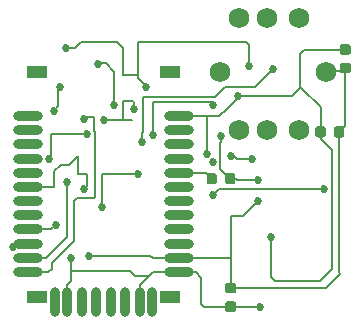
<source format=gbl>
G04 #@! TF.GenerationSoftware,KiCad,Pcbnew,(5.0.2)-1*
G04 #@! TF.CreationDate,2019-05-31T16:15:03-05:00*
G04 #@! TF.ProjectId,ppg,7070672e-6b69-4636-9164-5f7063625858,V01*
G04 #@! TF.SameCoordinates,Original*
G04 #@! TF.FileFunction,Copper,L2,Bot*
G04 #@! TF.FilePolarity,Positive*
%FSLAX46Y46*%
G04 Gerber Fmt 4.6, Leading zero omitted, Abs format (unit mm)*
G04 Created by KiCad (PCBNEW (5.0.2)-1) date 5/31/2019 4:15:03 PM*
%MOMM*%
%LPD*%
G01*
G04 APERTURE LIST*
G04 #@! TA.AperFunction,Conductor*
%ADD10C,0.100000*%
G04 #@! TD*
G04 #@! TA.AperFunction,SMDPad,CuDef*
%ADD11C,0.875000*%
G04 #@! TD*
G04 #@! TA.AperFunction,SMDPad,CuDef*
%ADD12O,2.500000X0.800000*%
G04 #@! TD*
G04 #@! TA.AperFunction,SMDPad,CuDef*
%ADD13O,0.800000X2.500000*%
G04 #@! TD*
G04 #@! TA.AperFunction,SMDPad,CuDef*
%ADD14R,1.800000X1.000000*%
G04 #@! TD*
G04 #@! TA.AperFunction,ComponentPad*
%ADD15C,1.750000*%
G04 #@! TD*
G04 #@! TA.AperFunction,ViaPad*
%ADD16C,0.685800*%
G04 #@! TD*
G04 #@! TA.AperFunction,Conductor*
%ADD17C,0.152400*%
G04 #@! TD*
G04 APERTURE END LIST*
D10*
G04 #@! TO.N,GND*
G04 #@! TO.C,C1*
G36*
X125207691Y-117768553D02*
X125228926Y-117771703D01*
X125249750Y-117776919D01*
X125269962Y-117784151D01*
X125289368Y-117793330D01*
X125307781Y-117804366D01*
X125325024Y-117817154D01*
X125340930Y-117831570D01*
X125355346Y-117847476D01*
X125368134Y-117864719D01*
X125379170Y-117883132D01*
X125388349Y-117902538D01*
X125395581Y-117922750D01*
X125400797Y-117943574D01*
X125403947Y-117964809D01*
X125405000Y-117986250D01*
X125405000Y-118423750D01*
X125403947Y-118445191D01*
X125400797Y-118466426D01*
X125395581Y-118487250D01*
X125388349Y-118507462D01*
X125379170Y-118526868D01*
X125368134Y-118545281D01*
X125355346Y-118562524D01*
X125340930Y-118578430D01*
X125325024Y-118592846D01*
X125307781Y-118605634D01*
X125289368Y-118616670D01*
X125269962Y-118625849D01*
X125249750Y-118633081D01*
X125228926Y-118638297D01*
X125207691Y-118641447D01*
X125186250Y-118642500D01*
X124673750Y-118642500D01*
X124652309Y-118641447D01*
X124631074Y-118638297D01*
X124610250Y-118633081D01*
X124590038Y-118625849D01*
X124570632Y-118616670D01*
X124552219Y-118605634D01*
X124534976Y-118592846D01*
X124519070Y-118578430D01*
X124504654Y-118562524D01*
X124491866Y-118545281D01*
X124480830Y-118526868D01*
X124471651Y-118507462D01*
X124464419Y-118487250D01*
X124459203Y-118466426D01*
X124456053Y-118445191D01*
X124455000Y-118423750D01*
X124455000Y-117986250D01*
X124456053Y-117964809D01*
X124459203Y-117943574D01*
X124464419Y-117922750D01*
X124471651Y-117902538D01*
X124480830Y-117883132D01*
X124491866Y-117864719D01*
X124504654Y-117847476D01*
X124519070Y-117831570D01*
X124534976Y-117817154D01*
X124552219Y-117804366D01*
X124570632Y-117793330D01*
X124590038Y-117784151D01*
X124610250Y-117776919D01*
X124631074Y-117771703D01*
X124652309Y-117768553D01*
X124673750Y-117767500D01*
X125186250Y-117767500D01*
X125207691Y-117768553D01*
X125207691Y-117768553D01*
G37*
D11*
G04 #@! TD*
G04 #@! TO.P,C1,2*
G04 #@! TO.N,GND*
X124930000Y-118205000D03*
D10*
G04 #@! TO.N,/VDD*
G04 #@! TO.C,C1*
G36*
X125207691Y-116193553D02*
X125228926Y-116196703D01*
X125249750Y-116201919D01*
X125269962Y-116209151D01*
X125289368Y-116218330D01*
X125307781Y-116229366D01*
X125325024Y-116242154D01*
X125340930Y-116256570D01*
X125355346Y-116272476D01*
X125368134Y-116289719D01*
X125379170Y-116308132D01*
X125388349Y-116327538D01*
X125395581Y-116347750D01*
X125400797Y-116368574D01*
X125403947Y-116389809D01*
X125405000Y-116411250D01*
X125405000Y-116848750D01*
X125403947Y-116870191D01*
X125400797Y-116891426D01*
X125395581Y-116912250D01*
X125388349Y-116932462D01*
X125379170Y-116951868D01*
X125368134Y-116970281D01*
X125355346Y-116987524D01*
X125340930Y-117003430D01*
X125325024Y-117017846D01*
X125307781Y-117030634D01*
X125289368Y-117041670D01*
X125269962Y-117050849D01*
X125249750Y-117058081D01*
X125228926Y-117063297D01*
X125207691Y-117066447D01*
X125186250Y-117067500D01*
X124673750Y-117067500D01*
X124652309Y-117066447D01*
X124631074Y-117063297D01*
X124610250Y-117058081D01*
X124590038Y-117050849D01*
X124570632Y-117041670D01*
X124552219Y-117030634D01*
X124534976Y-117017846D01*
X124519070Y-117003430D01*
X124504654Y-116987524D01*
X124491866Y-116970281D01*
X124480830Y-116951868D01*
X124471651Y-116932462D01*
X124464419Y-116912250D01*
X124459203Y-116891426D01*
X124456053Y-116870191D01*
X124455000Y-116848750D01*
X124455000Y-116411250D01*
X124456053Y-116389809D01*
X124459203Y-116368574D01*
X124464419Y-116347750D01*
X124471651Y-116327538D01*
X124480830Y-116308132D01*
X124491866Y-116289719D01*
X124504654Y-116272476D01*
X124519070Y-116256570D01*
X124534976Y-116242154D01*
X124552219Y-116229366D01*
X124570632Y-116218330D01*
X124590038Y-116209151D01*
X124610250Y-116201919D01*
X124631074Y-116196703D01*
X124652309Y-116193553D01*
X124673750Y-116192500D01*
X125186250Y-116192500D01*
X125207691Y-116193553D01*
X125207691Y-116193553D01*
G37*
D11*
G04 #@! TD*
G04 #@! TO.P,C1,1*
G04 #@! TO.N,/VDD*
X124930000Y-116630000D03*
D10*
G04 #@! TO.N,GND*
G04 #@! TO.C,C4*
G36*
X134907691Y-95998553D02*
X134928926Y-96001703D01*
X134949750Y-96006919D01*
X134969962Y-96014151D01*
X134989368Y-96023330D01*
X135007781Y-96034366D01*
X135025024Y-96047154D01*
X135040930Y-96061570D01*
X135055346Y-96077476D01*
X135068134Y-96094719D01*
X135079170Y-96113132D01*
X135088349Y-96132538D01*
X135095581Y-96152750D01*
X135100797Y-96173574D01*
X135103947Y-96194809D01*
X135105000Y-96216250D01*
X135105000Y-96653750D01*
X135103947Y-96675191D01*
X135100797Y-96696426D01*
X135095581Y-96717250D01*
X135088349Y-96737462D01*
X135079170Y-96756868D01*
X135068134Y-96775281D01*
X135055346Y-96792524D01*
X135040930Y-96808430D01*
X135025024Y-96822846D01*
X135007781Y-96835634D01*
X134989368Y-96846670D01*
X134969962Y-96855849D01*
X134949750Y-96863081D01*
X134928926Y-96868297D01*
X134907691Y-96871447D01*
X134886250Y-96872500D01*
X134373750Y-96872500D01*
X134352309Y-96871447D01*
X134331074Y-96868297D01*
X134310250Y-96863081D01*
X134290038Y-96855849D01*
X134270632Y-96846670D01*
X134252219Y-96835634D01*
X134234976Y-96822846D01*
X134219070Y-96808430D01*
X134204654Y-96792524D01*
X134191866Y-96775281D01*
X134180830Y-96756868D01*
X134171651Y-96737462D01*
X134164419Y-96717250D01*
X134159203Y-96696426D01*
X134156053Y-96675191D01*
X134155000Y-96653750D01*
X134155000Y-96216250D01*
X134156053Y-96194809D01*
X134159203Y-96173574D01*
X134164419Y-96152750D01*
X134171651Y-96132538D01*
X134180830Y-96113132D01*
X134191866Y-96094719D01*
X134204654Y-96077476D01*
X134219070Y-96061570D01*
X134234976Y-96047154D01*
X134252219Y-96034366D01*
X134270632Y-96023330D01*
X134290038Y-96014151D01*
X134310250Y-96006919D01*
X134331074Y-96001703D01*
X134352309Y-95998553D01*
X134373750Y-95997500D01*
X134886250Y-95997500D01*
X134907691Y-95998553D01*
X134907691Y-95998553D01*
G37*
D11*
G04 #@! TD*
G04 #@! TO.P,C4,1*
G04 #@! TO.N,GND*
X134630000Y-96435000D03*
D10*
G04 #@! TO.N,/VDD*
G04 #@! TO.C,C4*
G36*
X134907691Y-97573553D02*
X134928926Y-97576703D01*
X134949750Y-97581919D01*
X134969962Y-97589151D01*
X134989368Y-97598330D01*
X135007781Y-97609366D01*
X135025024Y-97622154D01*
X135040930Y-97636570D01*
X135055346Y-97652476D01*
X135068134Y-97669719D01*
X135079170Y-97688132D01*
X135088349Y-97707538D01*
X135095581Y-97727750D01*
X135100797Y-97748574D01*
X135103947Y-97769809D01*
X135105000Y-97791250D01*
X135105000Y-98228750D01*
X135103947Y-98250191D01*
X135100797Y-98271426D01*
X135095581Y-98292250D01*
X135088349Y-98312462D01*
X135079170Y-98331868D01*
X135068134Y-98350281D01*
X135055346Y-98367524D01*
X135040930Y-98383430D01*
X135025024Y-98397846D01*
X135007781Y-98410634D01*
X134989368Y-98421670D01*
X134969962Y-98430849D01*
X134949750Y-98438081D01*
X134928926Y-98443297D01*
X134907691Y-98446447D01*
X134886250Y-98447500D01*
X134373750Y-98447500D01*
X134352309Y-98446447D01*
X134331074Y-98443297D01*
X134310250Y-98438081D01*
X134290038Y-98430849D01*
X134270632Y-98421670D01*
X134252219Y-98410634D01*
X134234976Y-98397846D01*
X134219070Y-98383430D01*
X134204654Y-98367524D01*
X134191866Y-98350281D01*
X134180830Y-98331868D01*
X134171651Y-98312462D01*
X134164419Y-98292250D01*
X134159203Y-98271426D01*
X134156053Y-98250191D01*
X134155000Y-98228750D01*
X134155000Y-97791250D01*
X134156053Y-97769809D01*
X134159203Y-97748574D01*
X134164419Y-97727750D01*
X134171651Y-97707538D01*
X134180830Y-97688132D01*
X134191866Y-97669719D01*
X134204654Y-97652476D01*
X134219070Y-97636570D01*
X134234976Y-97622154D01*
X134252219Y-97609366D01*
X134270632Y-97598330D01*
X134290038Y-97589151D01*
X134310250Y-97581919D01*
X134331074Y-97576703D01*
X134352309Y-97573553D01*
X134373750Y-97572500D01*
X134886250Y-97572500D01*
X134907691Y-97573553D01*
X134907691Y-97573553D01*
G37*
D11*
G04 #@! TD*
G04 #@! TO.P,C4,2*
G04 #@! TO.N,/VDD*
X134630000Y-98010000D03*
D10*
G04 #@! TO.N,/VDD*
G04 #@! TO.C,C5*
G36*
X134355191Y-102936053D02*
X134376426Y-102939203D01*
X134397250Y-102944419D01*
X134417462Y-102951651D01*
X134436868Y-102960830D01*
X134455281Y-102971866D01*
X134472524Y-102984654D01*
X134488430Y-102999070D01*
X134502846Y-103014976D01*
X134515634Y-103032219D01*
X134526670Y-103050632D01*
X134535849Y-103070038D01*
X134543081Y-103090250D01*
X134548297Y-103111074D01*
X134551447Y-103132309D01*
X134552500Y-103153750D01*
X134552500Y-103666250D01*
X134551447Y-103687691D01*
X134548297Y-103708926D01*
X134543081Y-103729750D01*
X134535849Y-103749962D01*
X134526670Y-103769368D01*
X134515634Y-103787781D01*
X134502846Y-103805024D01*
X134488430Y-103820930D01*
X134472524Y-103835346D01*
X134455281Y-103848134D01*
X134436868Y-103859170D01*
X134417462Y-103868349D01*
X134397250Y-103875581D01*
X134376426Y-103880797D01*
X134355191Y-103883947D01*
X134333750Y-103885000D01*
X133896250Y-103885000D01*
X133874809Y-103883947D01*
X133853574Y-103880797D01*
X133832750Y-103875581D01*
X133812538Y-103868349D01*
X133793132Y-103859170D01*
X133774719Y-103848134D01*
X133757476Y-103835346D01*
X133741570Y-103820930D01*
X133727154Y-103805024D01*
X133714366Y-103787781D01*
X133703330Y-103769368D01*
X133694151Y-103749962D01*
X133686919Y-103729750D01*
X133681703Y-103708926D01*
X133678553Y-103687691D01*
X133677500Y-103666250D01*
X133677500Y-103153750D01*
X133678553Y-103132309D01*
X133681703Y-103111074D01*
X133686919Y-103090250D01*
X133694151Y-103070038D01*
X133703330Y-103050632D01*
X133714366Y-103032219D01*
X133727154Y-103014976D01*
X133741570Y-102999070D01*
X133757476Y-102984654D01*
X133774719Y-102971866D01*
X133793132Y-102960830D01*
X133812538Y-102951651D01*
X133832750Y-102944419D01*
X133853574Y-102939203D01*
X133874809Y-102936053D01*
X133896250Y-102935000D01*
X134333750Y-102935000D01*
X134355191Y-102936053D01*
X134355191Y-102936053D01*
G37*
D11*
G04 #@! TD*
G04 #@! TO.P,C5,1*
G04 #@! TO.N,/VDD*
X134115000Y-103410000D03*
D10*
G04 #@! TO.N,GND*
G04 #@! TO.C,C5*
G36*
X132780191Y-102936053D02*
X132801426Y-102939203D01*
X132822250Y-102944419D01*
X132842462Y-102951651D01*
X132861868Y-102960830D01*
X132880281Y-102971866D01*
X132897524Y-102984654D01*
X132913430Y-102999070D01*
X132927846Y-103014976D01*
X132940634Y-103032219D01*
X132951670Y-103050632D01*
X132960849Y-103070038D01*
X132968081Y-103090250D01*
X132973297Y-103111074D01*
X132976447Y-103132309D01*
X132977500Y-103153750D01*
X132977500Y-103666250D01*
X132976447Y-103687691D01*
X132973297Y-103708926D01*
X132968081Y-103729750D01*
X132960849Y-103749962D01*
X132951670Y-103769368D01*
X132940634Y-103787781D01*
X132927846Y-103805024D01*
X132913430Y-103820930D01*
X132897524Y-103835346D01*
X132880281Y-103848134D01*
X132861868Y-103859170D01*
X132842462Y-103868349D01*
X132822250Y-103875581D01*
X132801426Y-103880797D01*
X132780191Y-103883947D01*
X132758750Y-103885000D01*
X132321250Y-103885000D01*
X132299809Y-103883947D01*
X132278574Y-103880797D01*
X132257750Y-103875581D01*
X132237538Y-103868349D01*
X132218132Y-103859170D01*
X132199719Y-103848134D01*
X132182476Y-103835346D01*
X132166570Y-103820930D01*
X132152154Y-103805024D01*
X132139366Y-103787781D01*
X132128330Y-103769368D01*
X132119151Y-103749962D01*
X132111919Y-103729750D01*
X132106703Y-103708926D01*
X132103553Y-103687691D01*
X132102500Y-103666250D01*
X132102500Y-103153750D01*
X132103553Y-103132309D01*
X132106703Y-103111074D01*
X132111919Y-103090250D01*
X132119151Y-103070038D01*
X132128330Y-103050632D01*
X132139366Y-103032219D01*
X132152154Y-103014976D01*
X132166570Y-102999070D01*
X132182476Y-102984654D01*
X132199719Y-102971866D01*
X132218132Y-102960830D01*
X132237538Y-102951651D01*
X132257750Y-102944419D01*
X132278574Y-102939203D01*
X132299809Y-102936053D01*
X132321250Y-102935000D01*
X132758750Y-102935000D01*
X132780191Y-102936053D01*
X132780191Y-102936053D01*
G37*
D11*
G04 #@! TD*
G04 #@! TO.P,C5,2*
G04 #@! TO.N,GND*
X132540000Y-103410000D03*
D10*
G04 #@! TO.N,/~BT_RESET*
G04 #@! TO.C,R1*
G36*
X123562691Y-106906053D02*
X123583926Y-106909203D01*
X123604750Y-106914419D01*
X123624962Y-106921651D01*
X123644368Y-106930830D01*
X123662781Y-106941866D01*
X123680024Y-106954654D01*
X123695930Y-106969070D01*
X123710346Y-106984976D01*
X123723134Y-107002219D01*
X123734170Y-107020632D01*
X123743349Y-107040038D01*
X123750581Y-107060250D01*
X123755797Y-107081074D01*
X123758947Y-107102309D01*
X123760000Y-107123750D01*
X123760000Y-107636250D01*
X123758947Y-107657691D01*
X123755797Y-107678926D01*
X123750581Y-107699750D01*
X123743349Y-107719962D01*
X123734170Y-107739368D01*
X123723134Y-107757781D01*
X123710346Y-107775024D01*
X123695930Y-107790930D01*
X123680024Y-107805346D01*
X123662781Y-107818134D01*
X123644368Y-107829170D01*
X123624962Y-107838349D01*
X123604750Y-107845581D01*
X123583926Y-107850797D01*
X123562691Y-107853947D01*
X123541250Y-107855000D01*
X123103750Y-107855000D01*
X123082309Y-107853947D01*
X123061074Y-107850797D01*
X123040250Y-107845581D01*
X123020038Y-107838349D01*
X123000632Y-107829170D01*
X122982219Y-107818134D01*
X122964976Y-107805346D01*
X122949070Y-107790930D01*
X122934654Y-107775024D01*
X122921866Y-107757781D01*
X122910830Y-107739368D01*
X122901651Y-107719962D01*
X122894419Y-107699750D01*
X122889203Y-107678926D01*
X122886053Y-107657691D01*
X122885000Y-107636250D01*
X122885000Y-107123750D01*
X122886053Y-107102309D01*
X122889203Y-107081074D01*
X122894419Y-107060250D01*
X122901651Y-107040038D01*
X122910830Y-107020632D01*
X122921866Y-107002219D01*
X122934654Y-106984976D01*
X122949070Y-106969070D01*
X122964976Y-106954654D01*
X122982219Y-106941866D01*
X123000632Y-106930830D01*
X123020038Y-106921651D01*
X123040250Y-106914419D01*
X123061074Y-106909203D01*
X123082309Y-106906053D01*
X123103750Y-106905000D01*
X123541250Y-106905000D01*
X123562691Y-106906053D01*
X123562691Y-106906053D01*
G37*
D11*
G04 #@! TD*
G04 #@! TO.P,R1,1*
G04 #@! TO.N,/~BT_RESET*
X123322500Y-107380000D03*
D10*
G04 #@! TO.N,/VDD*
G04 #@! TO.C,R1*
G36*
X125137691Y-106906053D02*
X125158926Y-106909203D01*
X125179750Y-106914419D01*
X125199962Y-106921651D01*
X125219368Y-106930830D01*
X125237781Y-106941866D01*
X125255024Y-106954654D01*
X125270930Y-106969070D01*
X125285346Y-106984976D01*
X125298134Y-107002219D01*
X125309170Y-107020632D01*
X125318349Y-107040038D01*
X125325581Y-107060250D01*
X125330797Y-107081074D01*
X125333947Y-107102309D01*
X125335000Y-107123750D01*
X125335000Y-107636250D01*
X125333947Y-107657691D01*
X125330797Y-107678926D01*
X125325581Y-107699750D01*
X125318349Y-107719962D01*
X125309170Y-107739368D01*
X125298134Y-107757781D01*
X125285346Y-107775024D01*
X125270930Y-107790930D01*
X125255024Y-107805346D01*
X125237781Y-107818134D01*
X125219368Y-107829170D01*
X125199962Y-107838349D01*
X125179750Y-107845581D01*
X125158926Y-107850797D01*
X125137691Y-107853947D01*
X125116250Y-107855000D01*
X124678750Y-107855000D01*
X124657309Y-107853947D01*
X124636074Y-107850797D01*
X124615250Y-107845581D01*
X124595038Y-107838349D01*
X124575632Y-107829170D01*
X124557219Y-107818134D01*
X124539976Y-107805346D01*
X124524070Y-107790930D01*
X124509654Y-107775024D01*
X124496866Y-107757781D01*
X124485830Y-107739368D01*
X124476651Y-107719962D01*
X124469419Y-107699750D01*
X124464203Y-107678926D01*
X124461053Y-107657691D01*
X124460000Y-107636250D01*
X124460000Y-107123750D01*
X124461053Y-107102309D01*
X124464203Y-107081074D01*
X124469419Y-107060250D01*
X124476651Y-107040038D01*
X124485830Y-107020632D01*
X124496866Y-107002219D01*
X124509654Y-106984976D01*
X124524070Y-106969070D01*
X124539976Y-106954654D01*
X124557219Y-106941866D01*
X124575632Y-106930830D01*
X124595038Y-106921651D01*
X124615250Y-106914419D01*
X124636074Y-106909203D01*
X124657309Y-106906053D01*
X124678750Y-106905000D01*
X125116250Y-106905000D01*
X125137691Y-106906053D01*
X125137691Y-106906053D01*
G37*
D11*
G04 #@! TD*
G04 #@! TO.P,R1,2*
G04 #@! TO.N,/VDD*
X124897500Y-107380000D03*
D12*
G04 #@! TO.P,U1,1*
G04 #@! TO.N,GND*
X120560000Y-102070000D03*
G04 #@! TO.P,U1,2*
G04 #@! TO.N,Net-(U1-Pad2)*
X120560000Y-103270000D03*
G04 #@! TO.P,U1,3*
G04 #@! TO.N,Net-(U1-Pad3)*
X120560000Y-104470000D03*
G04 #@! TO.P,U1,4*
G04 #@! TO.N,Net-(U1-Pad4)*
X120560000Y-105670000D03*
G04 #@! TO.P,U1,5*
G04 #@! TO.N,/~BT_RESET*
X120560000Y-106870000D03*
G04 #@! TO.P,U1,6*
G04 #@! TO.N,Net-(U1-Pad6)*
X120560000Y-108070000D03*
G04 #@! TO.P,U1,7*
G04 #@! TO.N,Net-(U1-Pad7)*
X120560000Y-109270000D03*
G04 #@! TO.P,U1,8*
G04 #@! TO.N,Net-(U1-Pad8)*
X120560000Y-110470000D03*
G04 #@! TO.P,U1,9*
G04 #@! TO.N,Net-(U1-Pad9)*
X120560000Y-111670000D03*
G04 #@! TO.P,U1,10*
G04 #@! TO.N,Net-(U1-Pad10)*
X120560000Y-112870000D03*
G04 #@! TO.P,U1,11*
G04 #@! TO.N,/VDD*
X120560000Y-114070000D03*
G04 #@! TO.P,U1,12*
G04 #@! TO.N,GND*
X120560000Y-115270000D03*
D13*
G04 #@! TO.P,U1,35*
G04 #@! TO.N,Net-(U1-Pad35)*
X118260000Y-117770000D03*
G04 #@! TO.P,U1,29*
G04 #@! TO.N,GND*
X117260000Y-117770000D03*
G04 #@! TO.P,U1,34*
G04 #@! TO.N,Net-(U1-Pad34)*
X115960000Y-117770000D03*
G04 #@! TO.P,U1,33*
G04 #@! TO.N,Net-(U1-Pad33)*
X114760000Y-117770000D03*
G04 #@! TO.P,U1,32*
G04 #@! TO.N,Net-(U1-Pad32)*
X113560000Y-117770000D03*
G04 #@! TO.P,U1,31*
G04 #@! TO.N,Net-(U1-Pad31)*
X112360000Y-117770000D03*
G04 #@! TO.P,U1,28*
G04 #@! TO.N,GND*
X111060000Y-117770000D03*
G04 #@! TO.P,U1,30*
G04 #@! TO.N,Net-(U1-Pad30)*
X110060000Y-117770000D03*
D12*
G04 #@! TO.P,U1,13*
G04 #@! TO.N,/TxD*
X107760000Y-115270000D03*
G04 #@! TO.P,U1,14*
G04 #@! TO.N,/RxD*
X107760000Y-114070000D03*
G04 #@! TO.P,U1,15*
G04 #@! TO.N,Net-(R3-Pad1)*
X107760000Y-112870000D03*
G04 #@! TO.P,U1,16*
G04 #@! TO.N,Net-(R3-Pad2)*
X107760000Y-111670000D03*
G04 #@! TO.P,U1,17*
G04 #@! TO.N,Net-(U1-Pad17)*
X107760000Y-110470000D03*
G04 #@! TO.P,U1,18*
G04 #@! TO.N,Net-(U1-Pad18)*
X107760000Y-109270000D03*
G04 #@! TO.P,U1,19*
G04 #@! TO.N,/BT_status*
X107760000Y-108070000D03*
G04 #@! TO.P,U1,20*
G04 #@! TO.N,Net-(U1-Pad20)*
X107760000Y-106870000D03*
G04 #@! TO.P,U1,21*
G04 #@! TO.N,Net-(U1-Pad21)*
X107760000Y-105670000D03*
G04 #@! TO.P,U1,22*
G04 #@! TO.N,Net-(U1-Pad22)*
X107760000Y-104470000D03*
G04 #@! TO.P,U1,23*
G04 #@! TO.N,Net-(U1-Pad23)*
X107760000Y-103270000D03*
G04 #@! TO.P,U1,24*
G04 #@! TO.N,Net-(U1-Pad24)*
X107760000Y-102070000D03*
D14*
G04 #@! TO.P,U1,36*
G04 #@! TO.N,Net-(U1-Pad36)*
X119760000Y-117370000D03*
X108560000Y-117370000D03*
X108560000Y-98370000D03*
X119760000Y-98370000D03*
G04 #@! TD*
D15*
G04 #@! TO.P,U3,1*
G04 #@! TO.N,/INT*
X125651000Y-103226000D03*
G04 #@! TO.P,U3,2*
G04 #@! TO.N,/SCL*
X128016000Y-103226000D03*
G04 #@! TO.P,U3,3*
G04 #@! TO.N,/SDA*
X130716000Y-103226000D03*
G04 #@! TO.P,U3,4*
G04 #@! TO.N,GND*
X124026000Y-98351000D03*
G04 #@! TO.P,U3,5*
G04 #@! TO.N,/VDD*
X133026000Y-98351000D03*
G04 #@! TO.P,U3,6*
G04 #@! TO.N,Net-(U3-Pad6)*
X125651000Y-93726000D03*
G04 #@! TO.P,U3,7*
G04 #@! TO.N,Net-(U3-Pad7)*
X128016000Y-93726000D03*
G04 #@! TO.P,U3,8*
G04 #@! TO.N,Net-(U3-Pad8)*
X130716000Y-93726000D03*
G04 #@! TD*
D16*
G04 #@! TO.N,GND*
X127430000Y-118210000D03*
X111410000Y-114100000D03*
X128360000Y-112310000D03*
X125552436Y-100330000D03*
X122893346Y-105286049D03*
X126492000Y-97790000D03*
X117793000Y-99568000D03*
X110998000Y-96266000D03*
G04 #@! TO.N,/VDD*
X112930000Y-113880000D03*
X124100000Y-103780000D03*
X127254000Y-107442000D03*
X127254000Y-109220000D03*
G04 #@! TO.N,Net-(D2-Pad2)*
X118364000Y-103632000D03*
X123444000Y-101092000D03*
G04 #@! TO.N,Net-(R3-Pad1)*
X106470300Y-113150000D03*
G04 #@! TO.N,Net-(R3-Pad2)*
X110120000Y-111290000D03*
G04 #@! TO.N,/SCL*
X128510000Y-98080000D03*
X117460000Y-104260000D03*
G04 #@! TO.N,Net-(R10-Pad1)*
X109982000Y-101600000D03*
X110490000Y-99568000D03*
G04 #@! TO.N,Net-(R11-Pad2)*
X123444000Y-108712000D03*
X132842000Y-108204000D03*
G04 #@! TO.N,/SDA*
X123444000Y-105918000D03*
X126746000Y-105664000D03*
X124968000Y-105410000D03*
G04 #@! TO.N,Net-(J1-Pad3)*
X115080000Y-101110000D03*
X113730000Y-97630000D03*
G04 #@! TO.N,Net-(R9-Pad2)*
X114170000Y-102430000D03*
X116780000Y-101450000D03*
G04 #@! TO.N,/BT_status*
X117094000Y-106934000D03*
X112522000Y-108204000D03*
X114046000Y-109728000D03*
G04 #@! TO.N,/TxD*
X112550000Y-102330000D03*
G04 #@! TO.N,/RxD*
X112780000Y-103610000D03*
X109579635Y-105712822D03*
X111050000Y-107690000D03*
G04 #@! TD*
D17*
G04 #@! TO.N,GND*
X124935000Y-118210000D02*
X124930000Y-118205000D01*
X127430000Y-118210000D02*
X124935000Y-118210000D01*
X121962400Y-115270000D02*
X122460000Y-115767600D01*
X120560000Y-115270000D02*
X121962400Y-115270000D01*
X122460000Y-115767600D02*
X122460000Y-118010000D01*
X122655000Y-118205000D02*
X124930000Y-118205000D01*
X122460000Y-118010000D02*
X122655000Y-118205000D01*
X118357600Y-115270000D02*
X120560000Y-115270000D01*
X117260000Y-117770000D02*
X117260000Y-116367600D01*
X117980000Y-115647600D02*
X116837600Y-115647600D01*
X117980000Y-115647600D02*
X118357600Y-115270000D01*
X117260000Y-116367600D02*
X117980000Y-115647600D01*
X116837600Y-115647600D02*
X116390000Y-115200000D01*
X116390000Y-115200000D02*
X111460000Y-115200000D01*
X111460000Y-115200000D02*
X111430000Y-115170000D01*
X111430000Y-114120000D02*
X111410000Y-114100000D01*
X132540000Y-103985000D02*
X133520000Y-104965000D01*
X132540000Y-103410000D02*
X132540000Y-103985000D01*
X133520000Y-104965000D02*
X133520000Y-115040000D01*
X133520000Y-115040000D02*
X132530000Y-116030000D01*
X132530000Y-116030000D02*
X128690000Y-116030000D01*
X128690000Y-116030000D02*
X128360000Y-115700000D01*
X128360000Y-115700000D02*
X128360000Y-112310000D01*
X125537436Y-100345000D02*
X125552436Y-100330000D01*
X125552436Y-100330000D02*
X129460000Y-100330000D01*
X129620000Y-100330000D02*
X129460000Y-100330000D01*
X130160000Y-100330000D02*
X129620000Y-100330000D01*
X134630000Y-96435000D02*
X134055000Y-96435000D01*
X123960000Y-102070000D02*
X124300000Y-101730000D01*
X111430000Y-115997600D02*
X111430000Y-115062000D01*
X111060000Y-116367600D02*
X111430000Y-115997600D01*
X111060000Y-117770000D02*
X111060000Y-116367600D01*
X111430000Y-115170000D02*
X111430000Y-115062000D01*
X111430000Y-115062000D02*
X111430000Y-114120000D01*
X124300000Y-101730000D02*
X124330000Y-101730000D01*
X125552436Y-100507564D02*
X125552436Y-100330000D01*
X124330000Y-101730000D02*
X125552436Y-100507564D01*
X122936000Y-102070000D02*
X123960000Y-102070000D01*
X120560000Y-102070000D02*
X122936000Y-102070000D01*
X122936000Y-105243395D02*
X122893346Y-105286049D01*
X122936000Y-102070000D02*
X122936000Y-105243395D01*
X130922000Y-99568000D02*
X130922000Y-99680000D01*
X132540000Y-101298000D02*
X132540000Y-103410000D01*
X130922000Y-99680000D02*
X132540000Y-101298000D01*
X134630000Y-96435000D02*
X131149000Y-96435000D01*
X130810000Y-96774000D02*
X130810000Y-99680000D01*
X131149000Y-96435000D02*
X130810000Y-96774000D01*
X130922000Y-99568000D02*
X130810000Y-99680000D01*
X130810000Y-99680000D02*
X130160000Y-100330000D01*
X126492000Y-97790000D02*
X126492000Y-96012000D01*
X126492000Y-96012000D02*
X126238000Y-95758000D01*
X126238000Y-95758000D02*
X117094000Y-95758000D01*
X117793000Y-99505000D02*
X117793000Y-99568000D01*
X117094000Y-98806000D02*
X117793000Y-99505000D01*
X117094000Y-97536000D02*
X117094000Y-98552000D01*
X117094000Y-97536000D02*
X117094000Y-98806000D01*
X117094000Y-95758000D02*
X117094000Y-97536000D01*
X117094000Y-98552000D02*
X115824000Y-98552000D01*
X115824000Y-98552000D02*
X115824000Y-96266000D01*
X115824000Y-96266000D02*
X115316000Y-95758000D01*
X115316000Y-95758000D02*
X112268000Y-95758000D01*
X112268000Y-95758000D02*
X111760000Y-96266000D01*
X111760000Y-96266000D02*
X110998000Y-96266000D01*
G04 #@! TO.N,/VDD*
X112930000Y-113880000D02*
X118140000Y-113880000D01*
X118330000Y-114070000D02*
X120560000Y-114070000D01*
X118140000Y-113880000D02*
X118330000Y-114070000D01*
X120560000Y-114070000D02*
X124830000Y-114070000D01*
X124930000Y-114170000D02*
X124930000Y-116630000D01*
X124830000Y-114070000D02*
X124930000Y-114170000D01*
X124930000Y-116630000D02*
X132990000Y-116630000D01*
X132990000Y-116630000D02*
X134220000Y-115400000D01*
X134115000Y-115295000D02*
X134115000Y-103410000D01*
X134220000Y-115400000D02*
X134115000Y-115295000D01*
X133642500Y-98277500D02*
X134517500Y-98277500D01*
X134576612Y-102948388D02*
X134576612Y-101813388D01*
X134115000Y-103410000D02*
X134576612Y-102948388D01*
X124100000Y-104264933D02*
X124070000Y-104294933D01*
X124100000Y-103780000D02*
X124100000Y-104264933D01*
X124070000Y-106552500D02*
X124897500Y-107380000D01*
X124070000Y-104294933D02*
X124070000Y-106552500D01*
X134630000Y-102895000D02*
X134115000Y-103410000D01*
X134630000Y-98010000D02*
X134630000Y-102895000D01*
X125435000Y-107380000D02*
X125497000Y-107442000D01*
X124897500Y-107380000D02*
X125435000Y-107380000D01*
X125497000Y-107442000D02*
X127254000Y-107442000D01*
X127254000Y-109220000D02*
X125984000Y-110490000D01*
X125984000Y-110490000D02*
X124968000Y-110490000D01*
X124968000Y-114132000D02*
X124930000Y-114170000D01*
X124968000Y-110490000D02*
X124968000Y-114132000D01*
G04 #@! TO.N,Net-(D2-Pad2)*
X118364000Y-103632000D02*
X118364000Y-101092000D01*
X118364000Y-101092000D02*
X118364000Y-100838000D01*
X118364000Y-100838000D02*
X123190000Y-100838000D01*
X123190000Y-100838000D02*
X123444000Y-101092000D01*
G04 #@! TO.N,/~BT_RESET*
X122812500Y-106870000D02*
X123322500Y-107380000D01*
X120560000Y-106870000D02*
X122812500Y-106870000D01*
G04 #@! TO.N,Net-(R3-Pad1)*
X107480000Y-113150000D02*
X107760000Y-112870000D01*
X106470300Y-113150000D02*
X107480000Y-113150000D01*
G04 #@! TO.N,Net-(R3-Pad2)*
X109740000Y-111670000D02*
X107760000Y-111670000D01*
X110120000Y-111290000D02*
X109740000Y-111670000D01*
G04 #@! TO.N,/SCL*
X128510000Y-98080000D02*
X128350000Y-97920000D01*
X127022000Y-99568000D02*
X127530000Y-99060000D01*
X117460000Y-103431012D02*
X117470000Y-103421012D01*
X117460000Y-104260000D02*
X117460000Y-103431012D01*
X117470000Y-103421012D02*
X117470000Y-100490000D01*
X117470000Y-100490000D02*
X117500000Y-100460000D01*
X127530000Y-99060000D02*
X128510000Y-98080000D01*
X117500000Y-100460000D02*
X123568000Y-100460000D01*
X124460000Y-99568000D02*
X127022000Y-99568000D01*
X123568000Y-100460000D02*
X124460000Y-99568000D01*
G04 #@! TO.N,Net-(R10-Pad1)*
X110324899Y-101257101D02*
X110324899Y-99733101D01*
X109982000Y-101600000D02*
X110324899Y-101257101D01*
X110324899Y-99733101D02*
X110490000Y-99568000D01*
G04 #@! TO.N,Net-(R11-Pad2)*
X123444000Y-108712000D02*
X123952000Y-108204000D01*
X123952000Y-108204000D02*
X129639330Y-108204000D01*
X129639330Y-108204000D02*
X132842000Y-108204000D01*
G04 #@! TO.N,/SDA*
X123444000Y-105664000D02*
X123444000Y-105918000D01*
X126746000Y-105664000D02*
X125476000Y-105664000D01*
X125476000Y-105664000D02*
X125222000Y-105410000D01*
X125222000Y-105410000D02*
X124968000Y-105410000D01*
G04 #@! TO.N,Net-(J1-Pad3)*
X115080000Y-101110000D02*
X115080000Y-100640000D01*
X115080000Y-100640000D02*
X115060000Y-100620000D01*
X115060000Y-100620000D02*
X115060000Y-98310000D01*
X115060000Y-98310000D02*
X114360000Y-97610000D01*
X114360000Y-97610000D02*
X113750000Y-97610000D01*
X113750000Y-97610000D02*
X113730000Y-97630000D01*
G04 #@! TO.N,Net-(R9-Pad2)*
X114170000Y-102430000D02*
X114654933Y-102430000D01*
X115780000Y-102430000D02*
X116590000Y-102430000D01*
X114654933Y-102430000D02*
X115780000Y-102430000D01*
X115780000Y-100830000D02*
X115780000Y-102430000D01*
X116644933Y-100830000D02*
X115780000Y-100830000D01*
X116780000Y-100965067D02*
X116644933Y-100830000D01*
X116780000Y-101450000D02*
X116780000Y-100965067D01*
G04 #@! TO.N,/BT_status*
X107760000Y-108070000D02*
X108610000Y-108070000D01*
X107760000Y-108070000D02*
X109162400Y-108070000D01*
X107760000Y-108070000D02*
X110000000Y-108070000D01*
X110000000Y-108070000D02*
X110000000Y-106698000D01*
X110000000Y-106698000D02*
X110526000Y-106172000D01*
X110526000Y-106172000D02*
X111252000Y-106172000D01*
X111252000Y-106172000D02*
X112014000Y-105410000D01*
X112014000Y-105410000D02*
X112014000Y-106934000D01*
X112014000Y-106934000D02*
X112776000Y-106934000D01*
X112776000Y-106934000D02*
X112776000Y-107950000D01*
X112776000Y-107950000D02*
X112522000Y-108204000D01*
X114046000Y-109728000D02*
X114046000Y-106934000D01*
X114046000Y-106934000D02*
X117094000Y-106934000D01*
G04 #@! TO.N,/TxD*
X113470000Y-104300000D02*
X113470000Y-103454178D01*
X113461501Y-104308499D02*
X113470000Y-104300000D01*
X113370000Y-103354178D02*
X113370000Y-102170000D01*
X113470000Y-103454178D02*
X113370000Y-103354178D01*
X107760000Y-115270000D02*
X109490000Y-115270000D01*
X109490000Y-115270000D02*
X109770000Y-114990000D01*
X109770000Y-114990000D02*
X109770000Y-114540000D01*
X109770000Y-114540000D02*
X111670000Y-112640000D01*
X112710000Y-102170000D02*
X112550000Y-102330000D01*
X113370000Y-102170000D02*
X112710000Y-102170000D01*
X113461501Y-104308499D02*
X113461501Y-108889501D01*
X113461501Y-108889501D02*
X113385002Y-108966000D01*
X111924000Y-108966000D02*
X111670000Y-109220000D01*
X113385002Y-108966000D02*
X111924000Y-108966000D01*
X111670000Y-112640000D02*
X111670000Y-109220000D01*
G04 #@! TO.N,/RxD*
X107760000Y-114070000D02*
X109162400Y-114070000D01*
X112780000Y-103610000D02*
X109680000Y-103610000D01*
X109680000Y-103610000D02*
X109680000Y-105690000D01*
X109680000Y-105690000D02*
X109657178Y-105712822D01*
X109657178Y-105712822D02*
X109579635Y-105712822D01*
X111050000Y-107690000D02*
X111050000Y-112320000D01*
X109300000Y-114070000D02*
X107760000Y-114070000D01*
X111050000Y-112320000D02*
X109300000Y-114070000D01*
G04 #@! TD*
M02*

</source>
